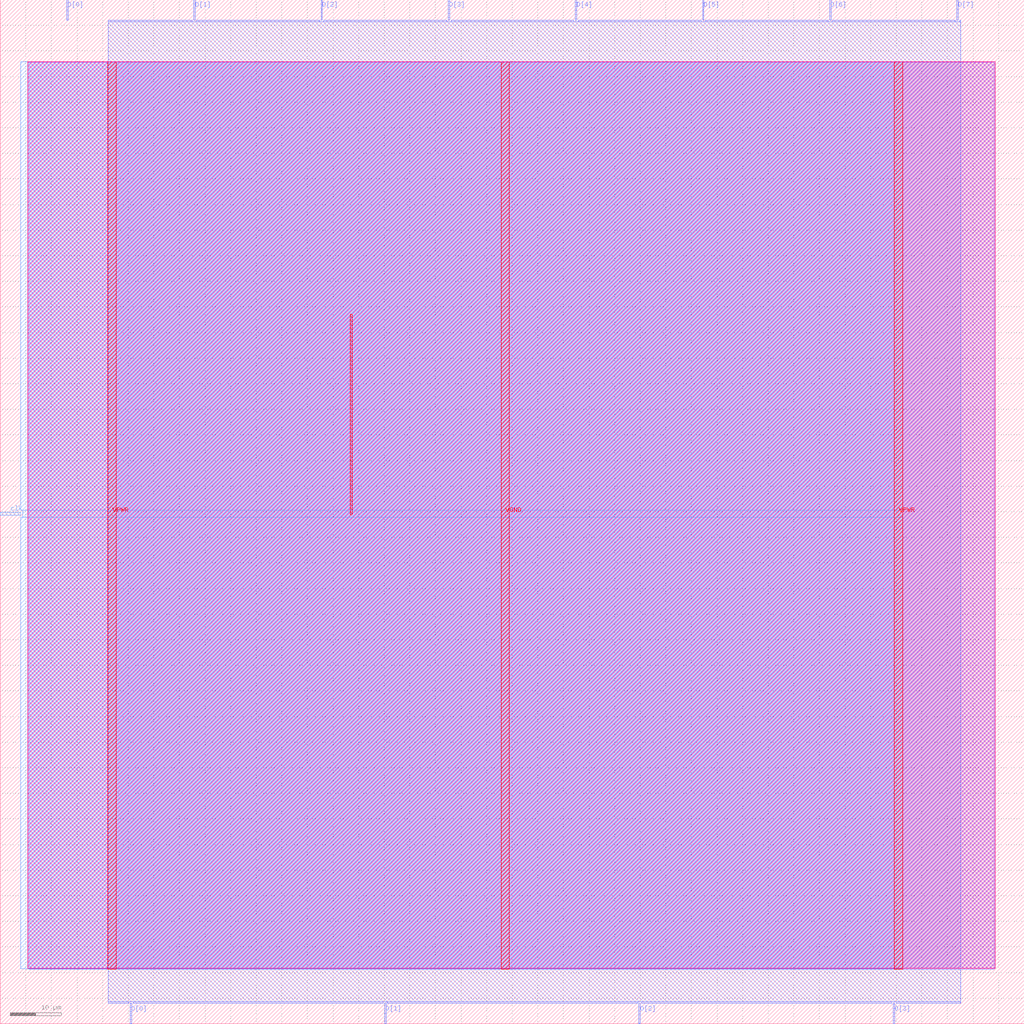
<source format=lef>
VERSION 5.7 ;
  NOWIREEXTENSIONATPIN ON ;
  DIVIDERCHAR "/" ;
  BUSBITCHARS "[]" ;
MACRO priority_encoder
  CLASS BLOCK ;
  FOREIGN priority_encoder ;
  ORIGIN 0.000 0.000 ;
  SIZE 200.000 BY 200.000 ;
  PIN D[0]
    DIRECTION INPUT ;
    USE SIGNAL ;
    PORT
      LAYER met2 ;
        RECT 12.970 196.000 13.250 200.000 ;
    END
  END D[0]
  PIN D[1]
    DIRECTION INPUT ;
    USE SIGNAL ;
    ANTENNAGATEAREA 0.196500 ;
    PORT
      LAYER met2 ;
        RECT 37.810 196.000 38.090 200.000 ;
    END
  END D[1]
  PIN D[2]
    DIRECTION INPUT ;
    USE SIGNAL ;
    ANTENNAGATEAREA 0.196500 ;
    PORT
      LAYER met2 ;
        RECT 62.650 196.000 62.930 200.000 ;
    END
  END D[2]
  PIN D[3]
    DIRECTION INPUT ;
    USE SIGNAL ;
    ANTENNAGATEAREA 0.196500 ;
    PORT
      LAYER met2 ;
        RECT 87.490 196.000 87.770 200.000 ;
    END
  END D[3]
  PIN D[4]
    DIRECTION INPUT ;
    USE SIGNAL ;
    ANTENNAGATEAREA 0.196500 ;
    PORT
      LAYER met2 ;
        RECT 112.330 196.000 112.610 200.000 ;
    END
  END D[4]
  PIN D[5]
    DIRECTION INPUT ;
    USE SIGNAL ;
    ANTENNAGATEAREA 0.196500 ;
    PORT
      LAYER met2 ;
        RECT 137.170 196.000 137.450 200.000 ;
    END
  END D[5]
  PIN D[6]
    DIRECTION INPUT ;
    USE SIGNAL ;
    ANTENNAGATEAREA 0.196500 ;
    PORT
      LAYER met2 ;
        RECT 162.010 196.000 162.290 200.000 ;
    END
  END D[6]
  PIN D[7]
    DIRECTION INPUT ;
    USE SIGNAL ;
    ANTENNAGATEAREA 0.196500 ;
    PORT
      LAYER met2 ;
        RECT 186.850 196.000 187.130 200.000 ;
    END
  END D[7]
  PIN O[0]
    DIRECTION OUTPUT ;
    USE SIGNAL ;
    ANTENNADIFFAREA 0.445500 ;
    PORT
      LAYER met2 ;
        RECT 25.390 0.000 25.670 4.000 ;
    END
  END O[0]
  PIN O[1]
    DIRECTION OUTPUT ;
    USE SIGNAL ;
    ANTENNADIFFAREA 0.445500 ;
    PORT
      LAYER met2 ;
        RECT 75.070 0.000 75.350 4.000 ;
    END
  END O[1]
  PIN O[2]
    DIRECTION OUTPUT ;
    USE SIGNAL ;
    ANTENNADIFFAREA 0.445500 ;
    PORT
      LAYER met2 ;
        RECT 124.750 0.000 125.030 4.000 ;
    END
  END O[2]
  PIN O[3]
    DIRECTION OUTPUT ;
    USE SIGNAL ;
    PORT
      LAYER met2 ;
        RECT 174.430 0.000 174.710 4.000 ;
    END
  END O[3]
  PIN VGND
    DIRECTION INOUT ;
    USE GROUND ;
    PORT
      LAYER met4 ;
        RECT 97.840 10.640 99.440 187.920 ;
    END
  END VGND
  PIN VPWR
    DIRECTION INOUT ;
    USE POWER ;
    PORT
      LAYER met4 ;
        RECT 21.040 10.640 22.640 187.920 ;
    END
    PORT
      LAYER met4 ;
        RECT 174.640 10.640 176.240 187.920 ;
    END
  END VPWR
  PIN clk
    DIRECTION INPUT ;
    USE SIGNAL ;
    ANTENNAGATEAREA 0.852000 ;
    PORT
      LAYER met3 ;
        RECT 0.000 99.320 4.000 99.920 ;
    END
  END clk
  OBS
      LAYER nwell ;
        RECT 5.330 10.795 194.310 187.870 ;
      LAYER li1 ;
        RECT 5.520 10.795 194.120 187.765 ;
      LAYER met1 ;
        RECT 5.520 10.640 194.120 187.920 ;
      LAYER met2 ;
        RECT 21.070 195.720 37.530 196.000 ;
        RECT 38.370 195.720 62.370 196.000 ;
        RECT 63.210 195.720 87.210 196.000 ;
        RECT 88.050 195.720 112.050 196.000 ;
        RECT 112.890 195.720 136.890 196.000 ;
        RECT 137.730 195.720 161.730 196.000 ;
        RECT 162.570 195.720 186.570 196.000 ;
        RECT 187.410 195.720 187.580 196.000 ;
        RECT 21.070 4.280 187.580 195.720 ;
        RECT 21.070 4.000 25.110 4.280 ;
        RECT 25.950 4.000 74.790 4.280 ;
        RECT 75.630 4.000 124.470 4.280 ;
        RECT 125.310 4.000 174.150 4.280 ;
        RECT 174.990 4.000 187.580 4.280 ;
      LAYER met3 ;
        RECT 4.000 100.320 176.230 187.845 ;
        RECT 4.400 98.920 176.230 100.320 ;
        RECT 4.000 10.715 176.230 98.920 ;
      LAYER met4 ;
        RECT 68.375 99.455 68.705 138.545 ;
  END
END priority_encoder
END LIBRARY


</source>
